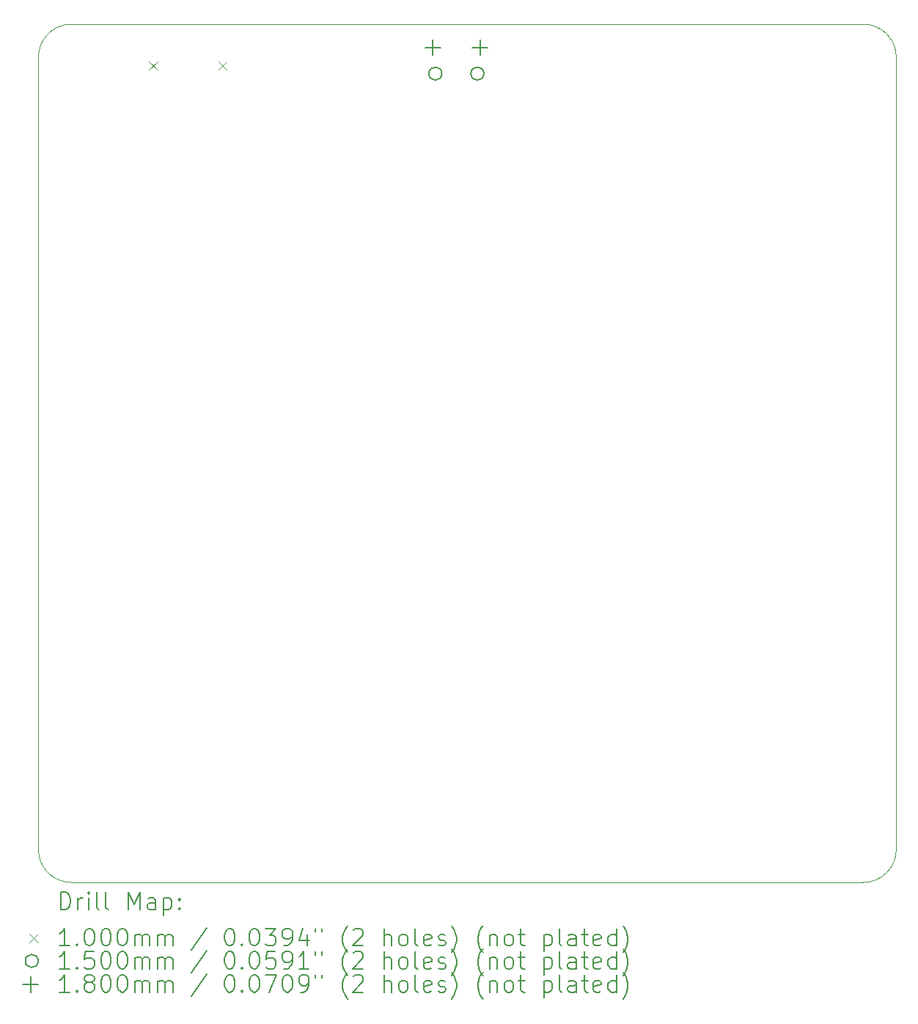
<source format=gbr>
%TF.GenerationSoftware,KiCad,Pcbnew,(6.0.10)*%
%TF.CreationDate,2023-01-30T13:49:40-05:00*%
%TF.ProjectId,door_counter_circuit,646f6f72-5f63-46f7-956e-7465725f6369,rev?*%
%TF.SameCoordinates,Original*%
%TF.FileFunction,Drillmap*%
%TF.FilePolarity,Positive*%
%FSLAX45Y45*%
G04 Gerber Fmt 4.5, Leading zero omitted, Abs format (unit mm)*
G04 Created by KiCad (PCBNEW (6.0.10)) date 2023-01-30 13:49:40*
%MOMM*%
%LPD*%
G01*
G04 APERTURE LIST*
%ADD10C,0.038100*%
%ADD11C,0.200000*%
%ADD12C,0.099999*%
%ADD13C,0.150000*%
%ADD14C,0.180000*%
G04 APERTURE END LIST*
D10*
X16764000Y-14986000D02*
X7620000Y-14986000D01*
X17145000Y-5461000D02*
G75*
G03*
X16764000Y-5080000I-381000J0D01*
G01*
X17145000Y-5461000D02*
X17145000Y-14605000D01*
X7239000Y-14605000D02*
X7239000Y-5461000D01*
X16764000Y-14986000D02*
G75*
G03*
X17145000Y-14605000I0J381000D01*
G01*
X7239000Y-14605000D02*
G75*
G03*
X7620000Y-14986000I381000J0D01*
G01*
X7620000Y-5080000D02*
X16764000Y-5080000D01*
X7620000Y-5080000D02*
G75*
G03*
X7239000Y-5461000I0J-381000D01*
G01*
D11*
D12*
X8517420Y-5508040D02*
X8617420Y-5608040D01*
X8617420Y-5508040D02*
X8517420Y-5608040D01*
X9314980Y-5508040D02*
X9414980Y-5608040D01*
X9414980Y-5508040D02*
X9314980Y-5608040D01*
D13*
X11897500Y-5650000D02*
G75*
G03*
X11897500Y-5650000I-75000J0D01*
G01*
X12382500Y-5650000D02*
G75*
G03*
X12382500Y-5650000I-75000J0D01*
G01*
D14*
X11792500Y-5257000D02*
X11792500Y-5437000D01*
X11702500Y-5347000D02*
X11882500Y-5347000D01*
X12337500Y-5257000D02*
X12337500Y-5437000D01*
X12247500Y-5347000D02*
X12427500Y-5347000D01*
D11*
X7494714Y-15298381D02*
X7494714Y-15098381D01*
X7542333Y-15098381D01*
X7570904Y-15107905D01*
X7589952Y-15126953D01*
X7599476Y-15146000D01*
X7609000Y-15184095D01*
X7609000Y-15212667D01*
X7599476Y-15250762D01*
X7589952Y-15269810D01*
X7570904Y-15288857D01*
X7542333Y-15298381D01*
X7494714Y-15298381D01*
X7694714Y-15298381D02*
X7694714Y-15165048D01*
X7694714Y-15203143D02*
X7704238Y-15184095D01*
X7713762Y-15174572D01*
X7732809Y-15165048D01*
X7751857Y-15165048D01*
X7818523Y-15298381D02*
X7818523Y-15165048D01*
X7818523Y-15098381D02*
X7809000Y-15107905D01*
X7818523Y-15117429D01*
X7828047Y-15107905D01*
X7818523Y-15098381D01*
X7818523Y-15117429D01*
X7942333Y-15298381D02*
X7923285Y-15288857D01*
X7913762Y-15269810D01*
X7913762Y-15098381D01*
X8047095Y-15298381D02*
X8028047Y-15288857D01*
X8018523Y-15269810D01*
X8018523Y-15098381D01*
X8275666Y-15298381D02*
X8275666Y-15098381D01*
X8342333Y-15241238D01*
X8409000Y-15098381D01*
X8409000Y-15298381D01*
X8589952Y-15298381D02*
X8589952Y-15193619D01*
X8580428Y-15174572D01*
X8561381Y-15165048D01*
X8523285Y-15165048D01*
X8504238Y-15174572D01*
X8589952Y-15288857D02*
X8570905Y-15298381D01*
X8523285Y-15298381D01*
X8504238Y-15288857D01*
X8494714Y-15269810D01*
X8494714Y-15250762D01*
X8504238Y-15231714D01*
X8523285Y-15222191D01*
X8570905Y-15222191D01*
X8589952Y-15212667D01*
X8685190Y-15165048D02*
X8685190Y-15365048D01*
X8685190Y-15174572D02*
X8704238Y-15165048D01*
X8742333Y-15165048D01*
X8761381Y-15174572D01*
X8770905Y-15184095D01*
X8780428Y-15203143D01*
X8780428Y-15260286D01*
X8770905Y-15279333D01*
X8761381Y-15288857D01*
X8742333Y-15298381D01*
X8704238Y-15298381D01*
X8685190Y-15288857D01*
X8866143Y-15279333D02*
X8875666Y-15288857D01*
X8866143Y-15298381D01*
X8856619Y-15288857D01*
X8866143Y-15279333D01*
X8866143Y-15298381D01*
X8866143Y-15174572D02*
X8875666Y-15184095D01*
X8866143Y-15193619D01*
X8856619Y-15184095D01*
X8866143Y-15174572D01*
X8866143Y-15193619D01*
D12*
X7137095Y-15577905D02*
X7237095Y-15677905D01*
X7237095Y-15577905D02*
X7137095Y-15677905D01*
D11*
X7599476Y-15718381D02*
X7485190Y-15718381D01*
X7542333Y-15718381D02*
X7542333Y-15518381D01*
X7523285Y-15546953D01*
X7504238Y-15566000D01*
X7485190Y-15575524D01*
X7685190Y-15699333D02*
X7694714Y-15708857D01*
X7685190Y-15718381D01*
X7675666Y-15708857D01*
X7685190Y-15699333D01*
X7685190Y-15718381D01*
X7818523Y-15518381D02*
X7837571Y-15518381D01*
X7856619Y-15527905D01*
X7866143Y-15537429D01*
X7875666Y-15556476D01*
X7885190Y-15594572D01*
X7885190Y-15642191D01*
X7875666Y-15680286D01*
X7866143Y-15699333D01*
X7856619Y-15708857D01*
X7837571Y-15718381D01*
X7818523Y-15718381D01*
X7799476Y-15708857D01*
X7789952Y-15699333D01*
X7780428Y-15680286D01*
X7770904Y-15642191D01*
X7770904Y-15594572D01*
X7780428Y-15556476D01*
X7789952Y-15537429D01*
X7799476Y-15527905D01*
X7818523Y-15518381D01*
X8009000Y-15518381D02*
X8028047Y-15518381D01*
X8047095Y-15527905D01*
X8056619Y-15537429D01*
X8066143Y-15556476D01*
X8075666Y-15594572D01*
X8075666Y-15642191D01*
X8066143Y-15680286D01*
X8056619Y-15699333D01*
X8047095Y-15708857D01*
X8028047Y-15718381D01*
X8009000Y-15718381D01*
X7989952Y-15708857D01*
X7980428Y-15699333D01*
X7970904Y-15680286D01*
X7961381Y-15642191D01*
X7961381Y-15594572D01*
X7970904Y-15556476D01*
X7980428Y-15537429D01*
X7989952Y-15527905D01*
X8009000Y-15518381D01*
X8199476Y-15518381D02*
X8218523Y-15518381D01*
X8237571Y-15527905D01*
X8247095Y-15537429D01*
X8256619Y-15556476D01*
X8266143Y-15594572D01*
X8266143Y-15642191D01*
X8256619Y-15680286D01*
X8247095Y-15699333D01*
X8237571Y-15708857D01*
X8218523Y-15718381D01*
X8199476Y-15718381D01*
X8180428Y-15708857D01*
X8170904Y-15699333D01*
X8161381Y-15680286D01*
X8151857Y-15642191D01*
X8151857Y-15594572D01*
X8161381Y-15556476D01*
X8170904Y-15537429D01*
X8180428Y-15527905D01*
X8199476Y-15518381D01*
X8351857Y-15718381D02*
X8351857Y-15585048D01*
X8351857Y-15604095D02*
X8361381Y-15594572D01*
X8380428Y-15585048D01*
X8409000Y-15585048D01*
X8428047Y-15594572D01*
X8437571Y-15613619D01*
X8437571Y-15718381D01*
X8437571Y-15613619D02*
X8447095Y-15594572D01*
X8466143Y-15585048D01*
X8494714Y-15585048D01*
X8513762Y-15594572D01*
X8523285Y-15613619D01*
X8523285Y-15718381D01*
X8618524Y-15718381D02*
X8618524Y-15585048D01*
X8618524Y-15604095D02*
X8628047Y-15594572D01*
X8647095Y-15585048D01*
X8675666Y-15585048D01*
X8694714Y-15594572D01*
X8704238Y-15613619D01*
X8704238Y-15718381D01*
X8704238Y-15613619D02*
X8713762Y-15594572D01*
X8732809Y-15585048D01*
X8761381Y-15585048D01*
X8780428Y-15594572D01*
X8789952Y-15613619D01*
X8789952Y-15718381D01*
X9180428Y-15508857D02*
X9009000Y-15766000D01*
X9437571Y-15518381D02*
X9456619Y-15518381D01*
X9475666Y-15527905D01*
X9485190Y-15537429D01*
X9494714Y-15556476D01*
X9504238Y-15594572D01*
X9504238Y-15642191D01*
X9494714Y-15680286D01*
X9485190Y-15699333D01*
X9475666Y-15708857D01*
X9456619Y-15718381D01*
X9437571Y-15718381D01*
X9418524Y-15708857D01*
X9409000Y-15699333D01*
X9399476Y-15680286D01*
X9389952Y-15642191D01*
X9389952Y-15594572D01*
X9399476Y-15556476D01*
X9409000Y-15537429D01*
X9418524Y-15527905D01*
X9437571Y-15518381D01*
X9589952Y-15699333D02*
X9599476Y-15708857D01*
X9589952Y-15718381D01*
X9580428Y-15708857D01*
X9589952Y-15699333D01*
X9589952Y-15718381D01*
X9723285Y-15518381D02*
X9742333Y-15518381D01*
X9761381Y-15527905D01*
X9770905Y-15537429D01*
X9780428Y-15556476D01*
X9789952Y-15594572D01*
X9789952Y-15642191D01*
X9780428Y-15680286D01*
X9770905Y-15699333D01*
X9761381Y-15708857D01*
X9742333Y-15718381D01*
X9723285Y-15718381D01*
X9704238Y-15708857D01*
X9694714Y-15699333D01*
X9685190Y-15680286D01*
X9675666Y-15642191D01*
X9675666Y-15594572D01*
X9685190Y-15556476D01*
X9694714Y-15537429D01*
X9704238Y-15527905D01*
X9723285Y-15518381D01*
X9856619Y-15518381D02*
X9980428Y-15518381D01*
X9913762Y-15594572D01*
X9942333Y-15594572D01*
X9961381Y-15604095D01*
X9970905Y-15613619D01*
X9980428Y-15632667D01*
X9980428Y-15680286D01*
X9970905Y-15699333D01*
X9961381Y-15708857D01*
X9942333Y-15718381D01*
X9885190Y-15718381D01*
X9866143Y-15708857D01*
X9856619Y-15699333D01*
X10075666Y-15718381D02*
X10113762Y-15718381D01*
X10132809Y-15708857D01*
X10142333Y-15699333D01*
X10161381Y-15670762D01*
X10170905Y-15632667D01*
X10170905Y-15556476D01*
X10161381Y-15537429D01*
X10151857Y-15527905D01*
X10132809Y-15518381D01*
X10094714Y-15518381D01*
X10075666Y-15527905D01*
X10066143Y-15537429D01*
X10056619Y-15556476D01*
X10056619Y-15604095D01*
X10066143Y-15623143D01*
X10075666Y-15632667D01*
X10094714Y-15642191D01*
X10132809Y-15642191D01*
X10151857Y-15632667D01*
X10161381Y-15623143D01*
X10170905Y-15604095D01*
X10342333Y-15585048D02*
X10342333Y-15718381D01*
X10294714Y-15508857D02*
X10247095Y-15651714D01*
X10370905Y-15651714D01*
X10437571Y-15518381D02*
X10437571Y-15556476D01*
X10513762Y-15518381D02*
X10513762Y-15556476D01*
X10809000Y-15794572D02*
X10799476Y-15785048D01*
X10780428Y-15756476D01*
X10770905Y-15737429D01*
X10761381Y-15708857D01*
X10751857Y-15661238D01*
X10751857Y-15623143D01*
X10761381Y-15575524D01*
X10770905Y-15546953D01*
X10780428Y-15527905D01*
X10799476Y-15499333D01*
X10809000Y-15489810D01*
X10875666Y-15537429D02*
X10885190Y-15527905D01*
X10904238Y-15518381D01*
X10951857Y-15518381D01*
X10970905Y-15527905D01*
X10980428Y-15537429D01*
X10989952Y-15556476D01*
X10989952Y-15575524D01*
X10980428Y-15604095D01*
X10866143Y-15718381D01*
X10989952Y-15718381D01*
X11228047Y-15718381D02*
X11228047Y-15518381D01*
X11313762Y-15718381D02*
X11313762Y-15613619D01*
X11304238Y-15594572D01*
X11285190Y-15585048D01*
X11256619Y-15585048D01*
X11237571Y-15594572D01*
X11228047Y-15604095D01*
X11437571Y-15718381D02*
X11418523Y-15708857D01*
X11409000Y-15699333D01*
X11399476Y-15680286D01*
X11399476Y-15623143D01*
X11409000Y-15604095D01*
X11418523Y-15594572D01*
X11437571Y-15585048D01*
X11466143Y-15585048D01*
X11485190Y-15594572D01*
X11494714Y-15604095D01*
X11504238Y-15623143D01*
X11504238Y-15680286D01*
X11494714Y-15699333D01*
X11485190Y-15708857D01*
X11466143Y-15718381D01*
X11437571Y-15718381D01*
X11618523Y-15718381D02*
X11599476Y-15708857D01*
X11589952Y-15689810D01*
X11589952Y-15518381D01*
X11770904Y-15708857D02*
X11751857Y-15718381D01*
X11713762Y-15718381D01*
X11694714Y-15708857D01*
X11685190Y-15689810D01*
X11685190Y-15613619D01*
X11694714Y-15594572D01*
X11713762Y-15585048D01*
X11751857Y-15585048D01*
X11770904Y-15594572D01*
X11780428Y-15613619D01*
X11780428Y-15632667D01*
X11685190Y-15651714D01*
X11856619Y-15708857D02*
X11875666Y-15718381D01*
X11913762Y-15718381D01*
X11932809Y-15708857D01*
X11942333Y-15689810D01*
X11942333Y-15680286D01*
X11932809Y-15661238D01*
X11913762Y-15651714D01*
X11885190Y-15651714D01*
X11866143Y-15642191D01*
X11856619Y-15623143D01*
X11856619Y-15613619D01*
X11866143Y-15594572D01*
X11885190Y-15585048D01*
X11913762Y-15585048D01*
X11932809Y-15594572D01*
X12009000Y-15794572D02*
X12018523Y-15785048D01*
X12037571Y-15756476D01*
X12047095Y-15737429D01*
X12056619Y-15708857D01*
X12066143Y-15661238D01*
X12066143Y-15623143D01*
X12056619Y-15575524D01*
X12047095Y-15546953D01*
X12037571Y-15527905D01*
X12018523Y-15499333D01*
X12009000Y-15489810D01*
X12370904Y-15794572D02*
X12361381Y-15785048D01*
X12342333Y-15756476D01*
X12332809Y-15737429D01*
X12323285Y-15708857D01*
X12313762Y-15661238D01*
X12313762Y-15623143D01*
X12323285Y-15575524D01*
X12332809Y-15546953D01*
X12342333Y-15527905D01*
X12361381Y-15499333D01*
X12370904Y-15489810D01*
X12447095Y-15585048D02*
X12447095Y-15718381D01*
X12447095Y-15604095D02*
X12456619Y-15594572D01*
X12475666Y-15585048D01*
X12504238Y-15585048D01*
X12523285Y-15594572D01*
X12532809Y-15613619D01*
X12532809Y-15718381D01*
X12656619Y-15718381D02*
X12637571Y-15708857D01*
X12628047Y-15699333D01*
X12618523Y-15680286D01*
X12618523Y-15623143D01*
X12628047Y-15604095D01*
X12637571Y-15594572D01*
X12656619Y-15585048D01*
X12685190Y-15585048D01*
X12704238Y-15594572D01*
X12713762Y-15604095D01*
X12723285Y-15623143D01*
X12723285Y-15680286D01*
X12713762Y-15699333D01*
X12704238Y-15708857D01*
X12685190Y-15718381D01*
X12656619Y-15718381D01*
X12780428Y-15585048D02*
X12856619Y-15585048D01*
X12809000Y-15518381D02*
X12809000Y-15689810D01*
X12818523Y-15708857D01*
X12837571Y-15718381D01*
X12856619Y-15718381D01*
X13075666Y-15585048D02*
X13075666Y-15785048D01*
X13075666Y-15594572D02*
X13094714Y-15585048D01*
X13132809Y-15585048D01*
X13151857Y-15594572D01*
X13161381Y-15604095D01*
X13170904Y-15623143D01*
X13170904Y-15680286D01*
X13161381Y-15699333D01*
X13151857Y-15708857D01*
X13132809Y-15718381D01*
X13094714Y-15718381D01*
X13075666Y-15708857D01*
X13285190Y-15718381D02*
X13266143Y-15708857D01*
X13256619Y-15689810D01*
X13256619Y-15518381D01*
X13447095Y-15718381D02*
X13447095Y-15613619D01*
X13437571Y-15594572D01*
X13418523Y-15585048D01*
X13380428Y-15585048D01*
X13361381Y-15594572D01*
X13447095Y-15708857D02*
X13428047Y-15718381D01*
X13380428Y-15718381D01*
X13361381Y-15708857D01*
X13351857Y-15689810D01*
X13351857Y-15670762D01*
X13361381Y-15651714D01*
X13380428Y-15642191D01*
X13428047Y-15642191D01*
X13447095Y-15632667D01*
X13513762Y-15585048D02*
X13589952Y-15585048D01*
X13542333Y-15518381D02*
X13542333Y-15689810D01*
X13551857Y-15708857D01*
X13570904Y-15718381D01*
X13589952Y-15718381D01*
X13732809Y-15708857D02*
X13713762Y-15718381D01*
X13675666Y-15718381D01*
X13656619Y-15708857D01*
X13647095Y-15689810D01*
X13647095Y-15613619D01*
X13656619Y-15594572D01*
X13675666Y-15585048D01*
X13713762Y-15585048D01*
X13732809Y-15594572D01*
X13742333Y-15613619D01*
X13742333Y-15632667D01*
X13647095Y-15651714D01*
X13913762Y-15718381D02*
X13913762Y-15518381D01*
X13913762Y-15708857D02*
X13894714Y-15718381D01*
X13856619Y-15718381D01*
X13837571Y-15708857D01*
X13828047Y-15699333D01*
X13818523Y-15680286D01*
X13818523Y-15623143D01*
X13828047Y-15604095D01*
X13837571Y-15594572D01*
X13856619Y-15585048D01*
X13894714Y-15585048D01*
X13913762Y-15594572D01*
X13989952Y-15794572D02*
X13999476Y-15785048D01*
X14018523Y-15756476D01*
X14028047Y-15737429D01*
X14037571Y-15708857D01*
X14047095Y-15661238D01*
X14047095Y-15623143D01*
X14037571Y-15575524D01*
X14028047Y-15546953D01*
X14018523Y-15527905D01*
X13999476Y-15499333D01*
X13989952Y-15489810D01*
D13*
X7237095Y-15891905D02*
G75*
G03*
X7237095Y-15891905I-75000J0D01*
G01*
D11*
X7599476Y-15982381D02*
X7485190Y-15982381D01*
X7542333Y-15982381D02*
X7542333Y-15782381D01*
X7523285Y-15810953D01*
X7504238Y-15830000D01*
X7485190Y-15839524D01*
X7685190Y-15963333D02*
X7694714Y-15972857D01*
X7685190Y-15982381D01*
X7675666Y-15972857D01*
X7685190Y-15963333D01*
X7685190Y-15982381D01*
X7875666Y-15782381D02*
X7780428Y-15782381D01*
X7770904Y-15877619D01*
X7780428Y-15868095D01*
X7799476Y-15858572D01*
X7847095Y-15858572D01*
X7866143Y-15868095D01*
X7875666Y-15877619D01*
X7885190Y-15896667D01*
X7885190Y-15944286D01*
X7875666Y-15963333D01*
X7866143Y-15972857D01*
X7847095Y-15982381D01*
X7799476Y-15982381D01*
X7780428Y-15972857D01*
X7770904Y-15963333D01*
X8009000Y-15782381D02*
X8028047Y-15782381D01*
X8047095Y-15791905D01*
X8056619Y-15801429D01*
X8066143Y-15820476D01*
X8075666Y-15858572D01*
X8075666Y-15906191D01*
X8066143Y-15944286D01*
X8056619Y-15963333D01*
X8047095Y-15972857D01*
X8028047Y-15982381D01*
X8009000Y-15982381D01*
X7989952Y-15972857D01*
X7980428Y-15963333D01*
X7970904Y-15944286D01*
X7961381Y-15906191D01*
X7961381Y-15858572D01*
X7970904Y-15820476D01*
X7980428Y-15801429D01*
X7989952Y-15791905D01*
X8009000Y-15782381D01*
X8199476Y-15782381D02*
X8218523Y-15782381D01*
X8237571Y-15791905D01*
X8247095Y-15801429D01*
X8256619Y-15820476D01*
X8266143Y-15858572D01*
X8266143Y-15906191D01*
X8256619Y-15944286D01*
X8247095Y-15963333D01*
X8237571Y-15972857D01*
X8218523Y-15982381D01*
X8199476Y-15982381D01*
X8180428Y-15972857D01*
X8170904Y-15963333D01*
X8161381Y-15944286D01*
X8151857Y-15906191D01*
X8151857Y-15858572D01*
X8161381Y-15820476D01*
X8170904Y-15801429D01*
X8180428Y-15791905D01*
X8199476Y-15782381D01*
X8351857Y-15982381D02*
X8351857Y-15849048D01*
X8351857Y-15868095D02*
X8361381Y-15858572D01*
X8380428Y-15849048D01*
X8409000Y-15849048D01*
X8428047Y-15858572D01*
X8437571Y-15877619D01*
X8437571Y-15982381D01*
X8437571Y-15877619D02*
X8447095Y-15858572D01*
X8466143Y-15849048D01*
X8494714Y-15849048D01*
X8513762Y-15858572D01*
X8523285Y-15877619D01*
X8523285Y-15982381D01*
X8618524Y-15982381D02*
X8618524Y-15849048D01*
X8618524Y-15868095D02*
X8628047Y-15858572D01*
X8647095Y-15849048D01*
X8675666Y-15849048D01*
X8694714Y-15858572D01*
X8704238Y-15877619D01*
X8704238Y-15982381D01*
X8704238Y-15877619D02*
X8713762Y-15858572D01*
X8732809Y-15849048D01*
X8761381Y-15849048D01*
X8780428Y-15858572D01*
X8789952Y-15877619D01*
X8789952Y-15982381D01*
X9180428Y-15772857D02*
X9009000Y-16030000D01*
X9437571Y-15782381D02*
X9456619Y-15782381D01*
X9475666Y-15791905D01*
X9485190Y-15801429D01*
X9494714Y-15820476D01*
X9504238Y-15858572D01*
X9504238Y-15906191D01*
X9494714Y-15944286D01*
X9485190Y-15963333D01*
X9475666Y-15972857D01*
X9456619Y-15982381D01*
X9437571Y-15982381D01*
X9418524Y-15972857D01*
X9409000Y-15963333D01*
X9399476Y-15944286D01*
X9389952Y-15906191D01*
X9389952Y-15858572D01*
X9399476Y-15820476D01*
X9409000Y-15801429D01*
X9418524Y-15791905D01*
X9437571Y-15782381D01*
X9589952Y-15963333D02*
X9599476Y-15972857D01*
X9589952Y-15982381D01*
X9580428Y-15972857D01*
X9589952Y-15963333D01*
X9589952Y-15982381D01*
X9723285Y-15782381D02*
X9742333Y-15782381D01*
X9761381Y-15791905D01*
X9770905Y-15801429D01*
X9780428Y-15820476D01*
X9789952Y-15858572D01*
X9789952Y-15906191D01*
X9780428Y-15944286D01*
X9770905Y-15963333D01*
X9761381Y-15972857D01*
X9742333Y-15982381D01*
X9723285Y-15982381D01*
X9704238Y-15972857D01*
X9694714Y-15963333D01*
X9685190Y-15944286D01*
X9675666Y-15906191D01*
X9675666Y-15858572D01*
X9685190Y-15820476D01*
X9694714Y-15801429D01*
X9704238Y-15791905D01*
X9723285Y-15782381D01*
X9970905Y-15782381D02*
X9875666Y-15782381D01*
X9866143Y-15877619D01*
X9875666Y-15868095D01*
X9894714Y-15858572D01*
X9942333Y-15858572D01*
X9961381Y-15868095D01*
X9970905Y-15877619D01*
X9980428Y-15896667D01*
X9980428Y-15944286D01*
X9970905Y-15963333D01*
X9961381Y-15972857D01*
X9942333Y-15982381D01*
X9894714Y-15982381D01*
X9875666Y-15972857D01*
X9866143Y-15963333D01*
X10075666Y-15982381D02*
X10113762Y-15982381D01*
X10132809Y-15972857D01*
X10142333Y-15963333D01*
X10161381Y-15934762D01*
X10170905Y-15896667D01*
X10170905Y-15820476D01*
X10161381Y-15801429D01*
X10151857Y-15791905D01*
X10132809Y-15782381D01*
X10094714Y-15782381D01*
X10075666Y-15791905D01*
X10066143Y-15801429D01*
X10056619Y-15820476D01*
X10056619Y-15868095D01*
X10066143Y-15887143D01*
X10075666Y-15896667D01*
X10094714Y-15906191D01*
X10132809Y-15906191D01*
X10151857Y-15896667D01*
X10161381Y-15887143D01*
X10170905Y-15868095D01*
X10361381Y-15982381D02*
X10247095Y-15982381D01*
X10304238Y-15982381D02*
X10304238Y-15782381D01*
X10285190Y-15810953D01*
X10266143Y-15830000D01*
X10247095Y-15839524D01*
X10437571Y-15782381D02*
X10437571Y-15820476D01*
X10513762Y-15782381D02*
X10513762Y-15820476D01*
X10809000Y-16058572D02*
X10799476Y-16049048D01*
X10780428Y-16020476D01*
X10770905Y-16001429D01*
X10761381Y-15972857D01*
X10751857Y-15925238D01*
X10751857Y-15887143D01*
X10761381Y-15839524D01*
X10770905Y-15810953D01*
X10780428Y-15791905D01*
X10799476Y-15763333D01*
X10809000Y-15753810D01*
X10875666Y-15801429D02*
X10885190Y-15791905D01*
X10904238Y-15782381D01*
X10951857Y-15782381D01*
X10970905Y-15791905D01*
X10980428Y-15801429D01*
X10989952Y-15820476D01*
X10989952Y-15839524D01*
X10980428Y-15868095D01*
X10866143Y-15982381D01*
X10989952Y-15982381D01*
X11228047Y-15982381D02*
X11228047Y-15782381D01*
X11313762Y-15982381D02*
X11313762Y-15877619D01*
X11304238Y-15858572D01*
X11285190Y-15849048D01*
X11256619Y-15849048D01*
X11237571Y-15858572D01*
X11228047Y-15868095D01*
X11437571Y-15982381D02*
X11418523Y-15972857D01*
X11409000Y-15963333D01*
X11399476Y-15944286D01*
X11399476Y-15887143D01*
X11409000Y-15868095D01*
X11418523Y-15858572D01*
X11437571Y-15849048D01*
X11466143Y-15849048D01*
X11485190Y-15858572D01*
X11494714Y-15868095D01*
X11504238Y-15887143D01*
X11504238Y-15944286D01*
X11494714Y-15963333D01*
X11485190Y-15972857D01*
X11466143Y-15982381D01*
X11437571Y-15982381D01*
X11618523Y-15982381D02*
X11599476Y-15972857D01*
X11589952Y-15953810D01*
X11589952Y-15782381D01*
X11770904Y-15972857D02*
X11751857Y-15982381D01*
X11713762Y-15982381D01*
X11694714Y-15972857D01*
X11685190Y-15953810D01*
X11685190Y-15877619D01*
X11694714Y-15858572D01*
X11713762Y-15849048D01*
X11751857Y-15849048D01*
X11770904Y-15858572D01*
X11780428Y-15877619D01*
X11780428Y-15896667D01*
X11685190Y-15915714D01*
X11856619Y-15972857D02*
X11875666Y-15982381D01*
X11913762Y-15982381D01*
X11932809Y-15972857D01*
X11942333Y-15953810D01*
X11942333Y-15944286D01*
X11932809Y-15925238D01*
X11913762Y-15915714D01*
X11885190Y-15915714D01*
X11866143Y-15906191D01*
X11856619Y-15887143D01*
X11856619Y-15877619D01*
X11866143Y-15858572D01*
X11885190Y-15849048D01*
X11913762Y-15849048D01*
X11932809Y-15858572D01*
X12009000Y-16058572D02*
X12018523Y-16049048D01*
X12037571Y-16020476D01*
X12047095Y-16001429D01*
X12056619Y-15972857D01*
X12066143Y-15925238D01*
X12066143Y-15887143D01*
X12056619Y-15839524D01*
X12047095Y-15810953D01*
X12037571Y-15791905D01*
X12018523Y-15763333D01*
X12009000Y-15753810D01*
X12370904Y-16058572D02*
X12361381Y-16049048D01*
X12342333Y-16020476D01*
X12332809Y-16001429D01*
X12323285Y-15972857D01*
X12313762Y-15925238D01*
X12313762Y-15887143D01*
X12323285Y-15839524D01*
X12332809Y-15810953D01*
X12342333Y-15791905D01*
X12361381Y-15763333D01*
X12370904Y-15753810D01*
X12447095Y-15849048D02*
X12447095Y-15982381D01*
X12447095Y-15868095D02*
X12456619Y-15858572D01*
X12475666Y-15849048D01*
X12504238Y-15849048D01*
X12523285Y-15858572D01*
X12532809Y-15877619D01*
X12532809Y-15982381D01*
X12656619Y-15982381D02*
X12637571Y-15972857D01*
X12628047Y-15963333D01*
X12618523Y-15944286D01*
X12618523Y-15887143D01*
X12628047Y-15868095D01*
X12637571Y-15858572D01*
X12656619Y-15849048D01*
X12685190Y-15849048D01*
X12704238Y-15858572D01*
X12713762Y-15868095D01*
X12723285Y-15887143D01*
X12723285Y-15944286D01*
X12713762Y-15963333D01*
X12704238Y-15972857D01*
X12685190Y-15982381D01*
X12656619Y-15982381D01*
X12780428Y-15849048D02*
X12856619Y-15849048D01*
X12809000Y-15782381D02*
X12809000Y-15953810D01*
X12818523Y-15972857D01*
X12837571Y-15982381D01*
X12856619Y-15982381D01*
X13075666Y-15849048D02*
X13075666Y-16049048D01*
X13075666Y-15858572D02*
X13094714Y-15849048D01*
X13132809Y-15849048D01*
X13151857Y-15858572D01*
X13161381Y-15868095D01*
X13170904Y-15887143D01*
X13170904Y-15944286D01*
X13161381Y-15963333D01*
X13151857Y-15972857D01*
X13132809Y-15982381D01*
X13094714Y-15982381D01*
X13075666Y-15972857D01*
X13285190Y-15982381D02*
X13266143Y-15972857D01*
X13256619Y-15953810D01*
X13256619Y-15782381D01*
X13447095Y-15982381D02*
X13447095Y-15877619D01*
X13437571Y-15858572D01*
X13418523Y-15849048D01*
X13380428Y-15849048D01*
X13361381Y-15858572D01*
X13447095Y-15972857D02*
X13428047Y-15982381D01*
X13380428Y-15982381D01*
X13361381Y-15972857D01*
X13351857Y-15953810D01*
X13351857Y-15934762D01*
X13361381Y-15915714D01*
X13380428Y-15906191D01*
X13428047Y-15906191D01*
X13447095Y-15896667D01*
X13513762Y-15849048D02*
X13589952Y-15849048D01*
X13542333Y-15782381D02*
X13542333Y-15953810D01*
X13551857Y-15972857D01*
X13570904Y-15982381D01*
X13589952Y-15982381D01*
X13732809Y-15972857D02*
X13713762Y-15982381D01*
X13675666Y-15982381D01*
X13656619Y-15972857D01*
X13647095Y-15953810D01*
X13647095Y-15877619D01*
X13656619Y-15858572D01*
X13675666Y-15849048D01*
X13713762Y-15849048D01*
X13732809Y-15858572D01*
X13742333Y-15877619D01*
X13742333Y-15896667D01*
X13647095Y-15915714D01*
X13913762Y-15982381D02*
X13913762Y-15782381D01*
X13913762Y-15972857D02*
X13894714Y-15982381D01*
X13856619Y-15982381D01*
X13837571Y-15972857D01*
X13828047Y-15963333D01*
X13818523Y-15944286D01*
X13818523Y-15887143D01*
X13828047Y-15868095D01*
X13837571Y-15858572D01*
X13856619Y-15849048D01*
X13894714Y-15849048D01*
X13913762Y-15858572D01*
X13989952Y-16058572D02*
X13999476Y-16049048D01*
X14018523Y-16020476D01*
X14028047Y-16001429D01*
X14037571Y-15972857D01*
X14047095Y-15925238D01*
X14047095Y-15887143D01*
X14037571Y-15839524D01*
X14028047Y-15810953D01*
X14018523Y-15791905D01*
X13999476Y-15763333D01*
X13989952Y-15753810D01*
D14*
X7147095Y-16071905D02*
X7147095Y-16251905D01*
X7057095Y-16161905D02*
X7237095Y-16161905D01*
D11*
X7599476Y-16252381D02*
X7485190Y-16252381D01*
X7542333Y-16252381D02*
X7542333Y-16052381D01*
X7523285Y-16080953D01*
X7504238Y-16100000D01*
X7485190Y-16109524D01*
X7685190Y-16233333D02*
X7694714Y-16242857D01*
X7685190Y-16252381D01*
X7675666Y-16242857D01*
X7685190Y-16233333D01*
X7685190Y-16252381D01*
X7809000Y-16138095D02*
X7789952Y-16128572D01*
X7780428Y-16119048D01*
X7770904Y-16100000D01*
X7770904Y-16090476D01*
X7780428Y-16071429D01*
X7789952Y-16061905D01*
X7809000Y-16052381D01*
X7847095Y-16052381D01*
X7866143Y-16061905D01*
X7875666Y-16071429D01*
X7885190Y-16090476D01*
X7885190Y-16100000D01*
X7875666Y-16119048D01*
X7866143Y-16128572D01*
X7847095Y-16138095D01*
X7809000Y-16138095D01*
X7789952Y-16147619D01*
X7780428Y-16157143D01*
X7770904Y-16176191D01*
X7770904Y-16214286D01*
X7780428Y-16233333D01*
X7789952Y-16242857D01*
X7809000Y-16252381D01*
X7847095Y-16252381D01*
X7866143Y-16242857D01*
X7875666Y-16233333D01*
X7885190Y-16214286D01*
X7885190Y-16176191D01*
X7875666Y-16157143D01*
X7866143Y-16147619D01*
X7847095Y-16138095D01*
X8009000Y-16052381D02*
X8028047Y-16052381D01*
X8047095Y-16061905D01*
X8056619Y-16071429D01*
X8066143Y-16090476D01*
X8075666Y-16128572D01*
X8075666Y-16176191D01*
X8066143Y-16214286D01*
X8056619Y-16233333D01*
X8047095Y-16242857D01*
X8028047Y-16252381D01*
X8009000Y-16252381D01*
X7989952Y-16242857D01*
X7980428Y-16233333D01*
X7970904Y-16214286D01*
X7961381Y-16176191D01*
X7961381Y-16128572D01*
X7970904Y-16090476D01*
X7980428Y-16071429D01*
X7989952Y-16061905D01*
X8009000Y-16052381D01*
X8199476Y-16052381D02*
X8218523Y-16052381D01*
X8237571Y-16061905D01*
X8247095Y-16071429D01*
X8256619Y-16090476D01*
X8266143Y-16128572D01*
X8266143Y-16176191D01*
X8256619Y-16214286D01*
X8247095Y-16233333D01*
X8237571Y-16242857D01*
X8218523Y-16252381D01*
X8199476Y-16252381D01*
X8180428Y-16242857D01*
X8170904Y-16233333D01*
X8161381Y-16214286D01*
X8151857Y-16176191D01*
X8151857Y-16128572D01*
X8161381Y-16090476D01*
X8170904Y-16071429D01*
X8180428Y-16061905D01*
X8199476Y-16052381D01*
X8351857Y-16252381D02*
X8351857Y-16119048D01*
X8351857Y-16138095D02*
X8361381Y-16128572D01*
X8380428Y-16119048D01*
X8409000Y-16119048D01*
X8428047Y-16128572D01*
X8437571Y-16147619D01*
X8437571Y-16252381D01*
X8437571Y-16147619D02*
X8447095Y-16128572D01*
X8466143Y-16119048D01*
X8494714Y-16119048D01*
X8513762Y-16128572D01*
X8523285Y-16147619D01*
X8523285Y-16252381D01*
X8618524Y-16252381D02*
X8618524Y-16119048D01*
X8618524Y-16138095D02*
X8628047Y-16128572D01*
X8647095Y-16119048D01*
X8675666Y-16119048D01*
X8694714Y-16128572D01*
X8704238Y-16147619D01*
X8704238Y-16252381D01*
X8704238Y-16147619D02*
X8713762Y-16128572D01*
X8732809Y-16119048D01*
X8761381Y-16119048D01*
X8780428Y-16128572D01*
X8789952Y-16147619D01*
X8789952Y-16252381D01*
X9180428Y-16042857D02*
X9009000Y-16300000D01*
X9437571Y-16052381D02*
X9456619Y-16052381D01*
X9475666Y-16061905D01*
X9485190Y-16071429D01*
X9494714Y-16090476D01*
X9504238Y-16128572D01*
X9504238Y-16176191D01*
X9494714Y-16214286D01*
X9485190Y-16233333D01*
X9475666Y-16242857D01*
X9456619Y-16252381D01*
X9437571Y-16252381D01*
X9418524Y-16242857D01*
X9409000Y-16233333D01*
X9399476Y-16214286D01*
X9389952Y-16176191D01*
X9389952Y-16128572D01*
X9399476Y-16090476D01*
X9409000Y-16071429D01*
X9418524Y-16061905D01*
X9437571Y-16052381D01*
X9589952Y-16233333D02*
X9599476Y-16242857D01*
X9589952Y-16252381D01*
X9580428Y-16242857D01*
X9589952Y-16233333D01*
X9589952Y-16252381D01*
X9723285Y-16052381D02*
X9742333Y-16052381D01*
X9761381Y-16061905D01*
X9770905Y-16071429D01*
X9780428Y-16090476D01*
X9789952Y-16128572D01*
X9789952Y-16176191D01*
X9780428Y-16214286D01*
X9770905Y-16233333D01*
X9761381Y-16242857D01*
X9742333Y-16252381D01*
X9723285Y-16252381D01*
X9704238Y-16242857D01*
X9694714Y-16233333D01*
X9685190Y-16214286D01*
X9675666Y-16176191D01*
X9675666Y-16128572D01*
X9685190Y-16090476D01*
X9694714Y-16071429D01*
X9704238Y-16061905D01*
X9723285Y-16052381D01*
X9856619Y-16052381D02*
X9989952Y-16052381D01*
X9904238Y-16252381D01*
X10104238Y-16052381D02*
X10123285Y-16052381D01*
X10142333Y-16061905D01*
X10151857Y-16071429D01*
X10161381Y-16090476D01*
X10170905Y-16128572D01*
X10170905Y-16176191D01*
X10161381Y-16214286D01*
X10151857Y-16233333D01*
X10142333Y-16242857D01*
X10123285Y-16252381D01*
X10104238Y-16252381D01*
X10085190Y-16242857D01*
X10075666Y-16233333D01*
X10066143Y-16214286D01*
X10056619Y-16176191D01*
X10056619Y-16128572D01*
X10066143Y-16090476D01*
X10075666Y-16071429D01*
X10085190Y-16061905D01*
X10104238Y-16052381D01*
X10266143Y-16252381D02*
X10304238Y-16252381D01*
X10323285Y-16242857D01*
X10332809Y-16233333D01*
X10351857Y-16204762D01*
X10361381Y-16166667D01*
X10361381Y-16090476D01*
X10351857Y-16071429D01*
X10342333Y-16061905D01*
X10323285Y-16052381D01*
X10285190Y-16052381D01*
X10266143Y-16061905D01*
X10256619Y-16071429D01*
X10247095Y-16090476D01*
X10247095Y-16138095D01*
X10256619Y-16157143D01*
X10266143Y-16166667D01*
X10285190Y-16176191D01*
X10323285Y-16176191D01*
X10342333Y-16166667D01*
X10351857Y-16157143D01*
X10361381Y-16138095D01*
X10437571Y-16052381D02*
X10437571Y-16090476D01*
X10513762Y-16052381D02*
X10513762Y-16090476D01*
X10809000Y-16328572D02*
X10799476Y-16319048D01*
X10780428Y-16290476D01*
X10770905Y-16271429D01*
X10761381Y-16242857D01*
X10751857Y-16195238D01*
X10751857Y-16157143D01*
X10761381Y-16109524D01*
X10770905Y-16080953D01*
X10780428Y-16061905D01*
X10799476Y-16033333D01*
X10809000Y-16023810D01*
X10875666Y-16071429D02*
X10885190Y-16061905D01*
X10904238Y-16052381D01*
X10951857Y-16052381D01*
X10970905Y-16061905D01*
X10980428Y-16071429D01*
X10989952Y-16090476D01*
X10989952Y-16109524D01*
X10980428Y-16138095D01*
X10866143Y-16252381D01*
X10989952Y-16252381D01*
X11228047Y-16252381D02*
X11228047Y-16052381D01*
X11313762Y-16252381D02*
X11313762Y-16147619D01*
X11304238Y-16128572D01*
X11285190Y-16119048D01*
X11256619Y-16119048D01*
X11237571Y-16128572D01*
X11228047Y-16138095D01*
X11437571Y-16252381D02*
X11418523Y-16242857D01*
X11409000Y-16233333D01*
X11399476Y-16214286D01*
X11399476Y-16157143D01*
X11409000Y-16138095D01*
X11418523Y-16128572D01*
X11437571Y-16119048D01*
X11466143Y-16119048D01*
X11485190Y-16128572D01*
X11494714Y-16138095D01*
X11504238Y-16157143D01*
X11504238Y-16214286D01*
X11494714Y-16233333D01*
X11485190Y-16242857D01*
X11466143Y-16252381D01*
X11437571Y-16252381D01*
X11618523Y-16252381D02*
X11599476Y-16242857D01*
X11589952Y-16223810D01*
X11589952Y-16052381D01*
X11770904Y-16242857D02*
X11751857Y-16252381D01*
X11713762Y-16252381D01*
X11694714Y-16242857D01*
X11685190Y-16223810D01*
X11685190Y-16147619D01*
X11694714Y-16128572D01*
X11713762Y-16119048D01*
X11751857Y-16119048D01*
X11770904Y-16128572D01*
X11780428Y-16147619D01*
X11780428Y-16166667D01*
X11685190Y-16185714D01*
X11856619Y-16242857D02*
X11875666Y-16252381D01*
X11913762Y-16252381D01*
X11932809Y-16242857D01*
X11942333Y-16223810D01*
X11942333Y-16214286D01*
X11932809Y-16195238D01*
X11913762Y-16185714D01*
X11885190Y-16185714D01*
X11866143Y-16176191D01*
X11856619Y-16157143D01*
X11856619Y-16147619D01*
X11866143Y-16128572D01*
X11885190Y-16119048D01*
X11913762Y-16119048D01*
X11932809Y-16128572D01*
X12009000Y-16328572D02*
X12018523Y-16319048D01*
X12037571Y-16290476D01*
X12047095Y-16271429D01*
X12056619Y-16242857D01*
X12066143Y-16195238D01*
X12066143Y-16157143D01*
X12056619Y-16109524D01*
X12047095Y-16080953D01*
X12037571Y-16061905D01*
X12018523Y-16033333D01*
X12009000Y-16023810D01*
X12370904Y-16328572D02*
X12361381Y-16319048D01*
X12342333Y-16290476D01*
X12332809Y-16271429D01*
X12323285Y-16242857D01*
X12313762Y-16195238D01*
X12313762Y-16157143D01*
X12323285Y-16109524D01*
X12332809Y-16080953D01*
X12342333Y-16061905D01*
X12361381Y-16033333D01*
X12370904Y-16023810D01*
X12447095Y-16119048D02*
X12447095Y-16252381D01*
X12447095Y-16138095D02*
X12456619Y-16128572D01*
X12475666Y-16119048D01*
X12504238Y-16119048D01*
X12523285Y-16128572D01*
X12532809Y-16147619D01*
X12532809Y-16252381D01*
X12656619Y-16252381D02*
X12637571Y-16242857D01*
X12628047Y-16233333D01*
X12618523Y-16214286D01*
X12618523Y-16157143D01*
X12628047Y-16138095D01*
X12637571Y-16128572D01*
X12656619Y-16119048D01*
X12685190Y-16119048D01*
X12704238Y-16128572D01*
X12713762Y-16138095D01*
X12723285Y-16157143D01*
X12723285Y-16214286D01*
X12713762Y-16233333D01*
X12704238Y-16242857D01*
X12685190Y-16252381D01*
X12656619Y-16252381D01*
X12780428Y-16119048D02*
X12856619Y-16119048D01*
X12809000Y-16052381D02*
X12809000Y-16223810D01*
X12818523Y-16242857D01*
X12837571Y-16252381D01*
X12856619Y-16252381D01*
X13075666Y-16119048D02*
X13075666Y-16319048D01*
X13075666Y-16128572D02*
X13094714Y-16119048D01*
X13132809Y-16119048D01*
X13151857Y-16128572D01*
X13161381Y-16138095D01*
X13170904Y-16157143D01*
X13170904Y-16214286D01*
X13161381Y-16233333D01*
X13151857Y-16242857D01*
X13132809Y-16252381D01*
X13094714Y-16252381D01*
X13075666Y-16242857D01*
X13285190Y-16252381D02*
X13266143Y-16242857D01*
X13256619Y-16223810D01*
X13256619Y-16052381D01*
X13447095Y-16252381D02*
X13447095Y-16147619D01*
X13437571Y-16128572D01*
X13418523Y-16119048D01*
X13380428Y-16119048D01*
X13361381Y-16128572D01*
X13447095Y-16242857D02*
X13428047Y-16252381D01*
X13380428Y-16252381D01*
X13361381Y-16242857D01*
X13351857Y-16223810D01*
X13351857Y-16204762D01*
X13361381Y-16185714D01*
X13380428Y-16176191D01*
X13428047Y-16176191D01*
X13447095Y-16166667D01*
X13513762Y-16119048D02*
X13589952Y-16119048D01*
X13542333Y-16052381D02*
X13542333Y-16223810D01*
X13551857Y-16242857D01*
X13570904Y-16252381D01*
X13589952Y-16252381D01*
X13732809Y-16242857D02*
X13713762Y-16252381D01*
X13675666Y-16252381D01*
X13656619Y-16242857D01*
X13647095Y-16223810D01*
X13647095Y-16147619D01*
X13656619Y-16128572D01*
X13675666Y-16119048D01*
X13713762Y-16119048D01*
X13732809Y-16128572D01*
X13742333Y-16147619D01*
X13742333Y-16166667D01*
X13647095Y-16185714D01*
X13913762Y-16252381D02*
X13913762Y-16052381D01*
X13913762Y-16242857D02*
X13894714Y-16252381D01*
X13856619Y-16252381D01*
X13837571Y-16242857D01*
X13828047Y-16233333D01*
X13818523Y-16214286D01*
X13818523Y-16157143D01*
X13828047Y-16138095D01*
X13837571Y-16128572D01*
X13856619Y-16119048D01*
X13894714Y-16119048D01*
X13913762Y-16128572D01*
X13989952Y-16328572D02*
X13999476Y-16319048D01*
X14018523Y-16290476D01*
X14028047Y-16271429D01*
X14037571Y-16242857D01*
X14047095Y-16195238D01*
X14047095Y-16157143D01*
X14037571Y-16109524D01*
X14028047Y-16080953D01*
X14018523Y-16061905D01*
X13999476Y-16033333D01*
X13989952Y-16023810D01*
M02*

</source>
